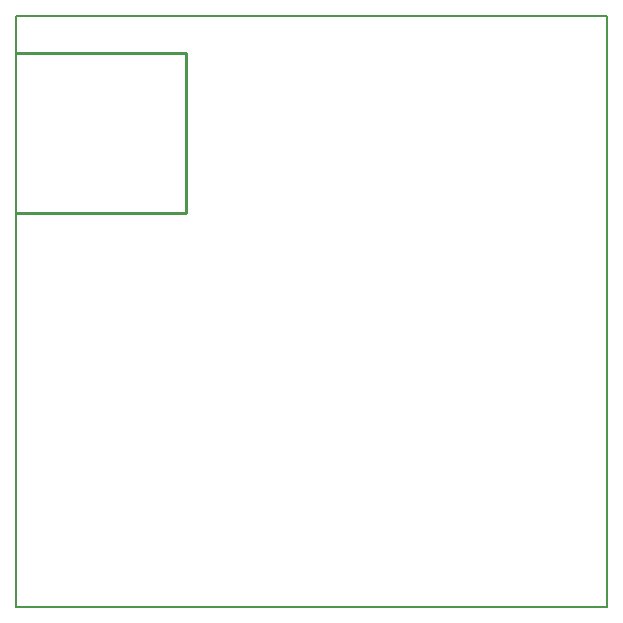
<source format=gm1>
%FSLAX23Y23*%
%MOIN*%
G70*
G01*
G75*
G04 Layer_Color=16711935*
%ADD10R,0.039X0.059*%
%ADD11R,0.059X0.039*%
%ADD12R,0.035X0.031*%
%ADD13R,0.073X0.051*%
%ADD14R,0.063X0.157*%
%ADD15R,0.122X0.157*%
%ADD16R,0.063X0.118*%
%ADD17R,0.031X0.035*%
%ADD18R,0.039X0.022*%
%ADD19C,0.012*%
%ADD20C,0.012*%
%ADD21C,0.006*%
%ADD22R,0.051X0.051*%
%ADD23C,0.051*%
%ADD24O,0.079X0.047*%
%ADD25R,0.043X0.059*%
%ADD26R,0.051X0.051*%
%ADD27C,0.061*%
%ADD28C,0.047*%
G04:AMPARAMS|DCode=29|XSize=39mil|YSize=55mil|CornerRadius=10mil|HoleSize=0mil|Usage=FLASHONLY|Rotation=90.000|XOffset=0mil|YOffset=0mil|HoleType=Round|Shape=RoundedRectangle|*
%AMROUNDEDRECTD29*
21,1,0.039,0.035,0,0,90.0*
21,1,0.020,0.055,0,0,90.0*
1,1,0.020,0.018,0.010*
1,1,0.020,0.018,-0.010*
1,1,0.020,-0.018,-0.010*
1,1,0.020,-0.018,0.010*
%
%ADD29ROUNDEDRECTD29*%
%ADD30C,0.024*%
%ADD31C,0.020*%
%ADD32R,0.030X0.035*%
%ADD33R,0.039X0.039*%
%ADD34O,0.018X0.059*%
%ADD35O,0.059X0.018*%
%ADD36R,0.020X0.035*%
%ADD37R,0.069X0.018*%
%ADD38R,0.071X0.094*%
%ADD39R,0.073X0.079*%
%ADD40C,0.008*%
%ADD41R,0.008X0.012*%
%ADD42R,0.269X0.006*%
%ADD43R,0.006X0.314*%
%ADD44R,0.008X0.008*%
%ADD45R,0.350X0.006*%
%ADD46R,0.248X0.006*%
%ADD47R,0.006X0.159*%
%ADD48R,0.006X0.159*%
%ADD49R,0.047X0.067*%
%ADD50R,0.067X0.047*%
%ADD51R,0.043X0.039*%
%ADD52R,0.081X0.059*%
%ADD53R,0.071X0.165*%
%ADD54R,0.130X0.165*%
%ADD55R,0.071X0.126*%
%ADD56R,0.039X0.043*%
%ADD57R,0.047X0.030*%
%ADD58R,0.059X0.059*%
%ADD59C,0.059*%
%ADD60O,0.087X0.055*%
%ADD61R,0.051X0.067*%
%ADD62R,0.059X0.059*%
%ADD63C,0.069*%
%ADD64C,0.055*%
G04:AMPARAMS|DCode=65|XSize=47mil|YSize=63mil|CornerRadius=14mil|HoleSize=0mil|Usage=FLASHONLY|Rotation=90.000|XOffset=0mil|YOffset=0mil|HoleType=Round|Shape=RoundedRectangle|*
%AMROUNDEDRECTD65*
21,1,0.047,0.035,0,0,90.0*
21,1,0.020,0.063,0,0,90.0*
1,1,0.028,0.018,0.010*
1,1,0.028,0.018,-0.010*
1,1,0.028,-0.018,-0.010*
1,1,0.028,-0.018,0.010*
%
%ADD65ROUNDEDRECTD65*%
%ADD66R,0.038X0.043*%
%ADD67R,0.047X0.047*%
%ADD68O,0.026X0.067*%
%ADD69O,0.067X0.026*%
%ADD70R,0.028X0.043*%
%ADD71R,0.077X0.026*%
%ADD72R,0.079X0.102*%
%ADD73C,0.024*%
%ADD74C,0.010*%
%ADD75C,0.002*%
%ADD76C,0.001*%
%ADD77C,0.006*%
%ADD78R,0.004X0.004*%
%ADD79R,0.004X0.004*%
%ADD80R,0.339X0.006*%
%ADD81R,0.008X0.008*%
%ADD82R,0.004X0.004*%
%ADD83R,0.002X0.096*%
%ADD84R,0.481X0.006*%
%ADD85R,0.353X0.006*%
%ADD86R,0.531X0.006*%
%ADD87C,0.010*%
D40*
X1000Y1000D02*
X2969D01*
Y2969D01*
X1000D02*
X2969D01*
X1000Y1000D02*
Y2969D01*
D87*
X1001Y2847D02*
X1567D01*
Y2312D02*
Y2847D01*
X1001Y2312D02*
X1567D01*
M02*

</source>
